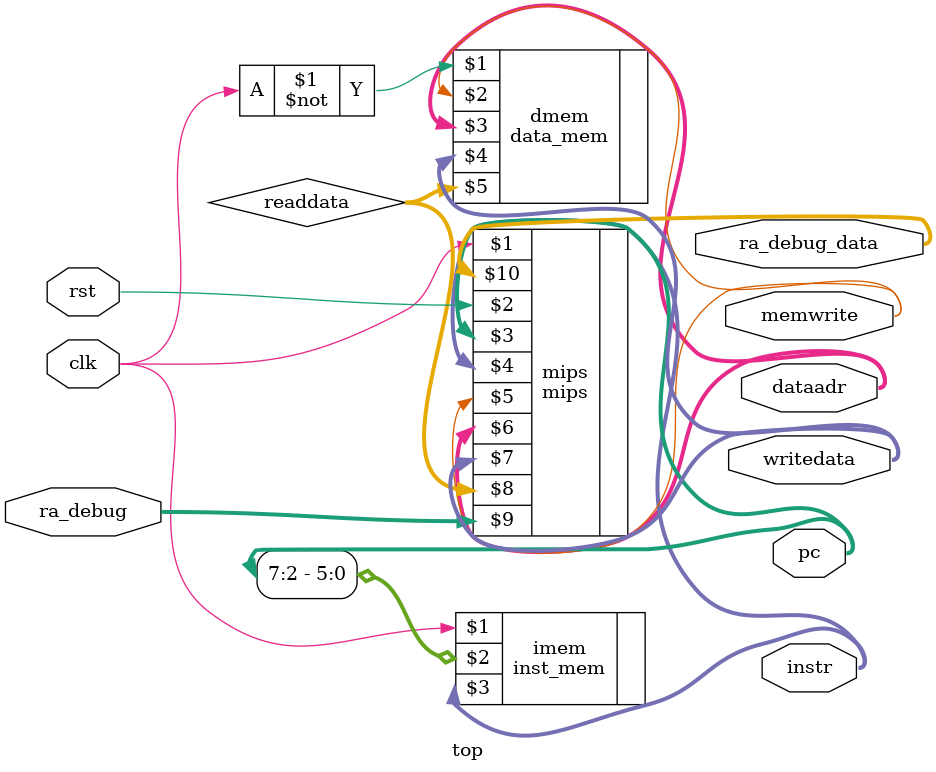
<source format=v>
`timescale 1ns / 1ps


// 该模块的端口包括：
// clk：时钟信号。
// rst：复位信号。
// writedata：写入数据。
// dataadr：数据地址。
// memwrite：内存写使能信号。
// ra_debug：调试读取地址。
// ra_debug_data：调试读取数据。

// 内部信号包括：
// pc：程序计数器。
// instr：指令。
// readdata：读取数据。

// 该模块通过实例化 mips 模块来实现处理器的功能，并通过 inst_mem 和 data_mem 模块来实现指令存储和数据存储。


module top(
	input 	wire 		clk,rst,
	output 	wire[31:0] 	writedata,dataadr,
	output 	wire 		memwrite,
	input 	wire[4:0] 	ra_debug,
	output 	wire[31:0] 	ra_debug_data,pc,instr
    );

	wire	[31:0] 		readdata;

	//mips mips(clk,rst,pc,instr,memwrite,dataadr,writedata,readdata);
	mips mips(
		clk,
		rst,
		pc,
		instr,
		memwrite,
		dataadr,
		writedata,
		readdata,
		ra_debug,
		ra_debug_data
	);
    //create imem and dmem by yourself
	inst_mem imem(
		clk,
		pc[7:2],
		instr
	);
	data_mem dmem(
		~clk,
		memwrite,
		dataadr,
		writedata,
		readdata
	);
endmodule

</source>
